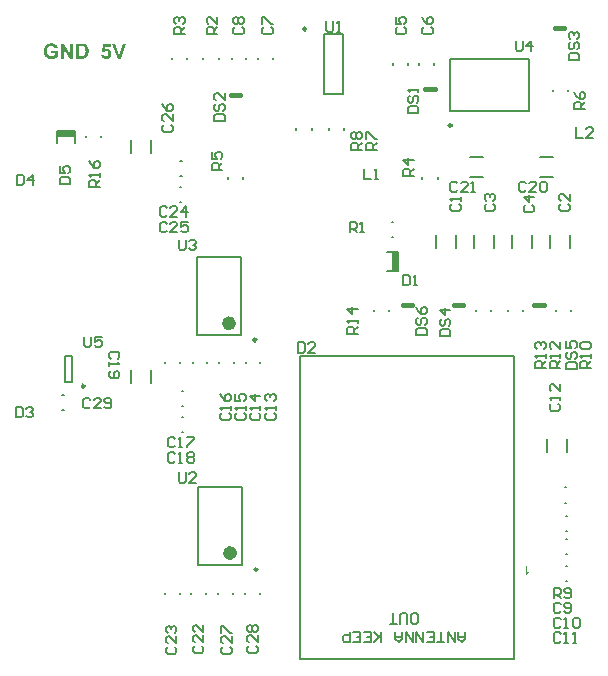
<source format=gto>
G04*
G04 #@! TF.GenerationSoftware,Altium Limited,Altium Designer,18.1.7 (191)*
G04*
G04 Layer_Color=65535*
%FSLAX25Y25*%
%MOIN*%
G70*
G01*
G75*
%ADD10C,0.02362*%
%ADD11C,0.00984*%
%ADD12C,0.00787*%
%ADD13C,0.01575*%
%ADD14R,0.06299X0.02362*%
%ADD15R,0.02362X0.06299*%
G36*
X228192Y-186420D02*
X228199Y-186413D01*
X228215Y-186397D01*
X228245Y-186374D01*
X228288Y-186341D01*
X228337Y-186302D01*
X228399Y-186259D01*
X228468Y-186213D01*
X228547Y-186164D01*
X228550D01*
X228556Y-186158D01*
X228566Y-186151D01*
X228583Y-186144D01*
X228602Y-186131D01*
X228625Y-186121D01*
X228678Y-186092D01*
X228737Y-186063D01*
X228802Y-186030D01*
X228871Y-186000D01*
X228937Y-185974D01*
Y-186331D01*
X228934Y-186335D01*
X228924Y-186338D01*
X228907Y-186348D01*
X228885Y-186358D01*
X228858Y-186371D01*
X228825Y-186390D01*
X228789Y-186410D01*
X228753Y-186430D01*
X228668Y-186482D01*
X228576Y-186545D01*
X228481Y-186610D01*
X228393Y-186686D01*
X228389Y-186689D01*
X228383Y-186696D01*
X228370Y-186705D01*
X228353Y-186722D01*
X228337Y-186741D01*
X228314Y-186761D01*
X228265Y-186817D01*
X228209Y-186876D01*
X228153Y-186945D01*
X228104Y-187017D01*
X228061Y-187092D01*
X227822D01*
Y-184055D01*
X228192D01*
Y-186420D01*
D02*
G37*
G36*
X69904Y-9845D02*
X69986Y-9850D01*
X70079Y-9861D01*
X70177Y-9872D01*
X70286Y-9888D01*
X70401Y-9910D01*
X70521Y-9937D01*
X70641Y-9965D01*
X70767Y-10003D01*
X70887Y-10052D01*
X71002Y-10101D01*
X71111Y-10161D01*
X71214Y-10232D01*
X71220Y-10238D01*
X71236Y-10249D01*
X71264Y-10271D01*
X71302Y-10303D01*
X71340Y-10347D01*
X71389Y-10391D01*
X71444Y-10451D01*
X71499Y-10516D01*
X71558Y-10587D01*
X71613Y-10669D01*
X71673Y-10762D01*
X71728Y-10855D01*
X71777Y-10958D01*
X71826Y-11073D01*
X71864Y-11193D01*
X71897Y-11319D01*
X70887Y-11510D01*
Y-11504D01*
X70881Y-11494D01*
X70876Y-11472D01*
X70865Y-11450D01*
X70854Y-11417D01*
X70838Y-11379D01*
X70794Y-11297D01*
X70740Y-11204D01*
X70669Y-11106D01*
X70587Y-11013D01*
X70483Y-10926D01*
X70477D01*
X70472Y-10915D01*
X70456Y-10904D01*
X70428Y-10893D01*
X70401Y-10876D01*
X70368Y-10855D01*
X70325Y-10838D01*
X70281Y-10817D01*
X70177Y-10778D01*
X70052Y-10740D01*
X69910Y-10718D01*
X69751Y-10707D01*
X69686D01*
X69642Y-10713D01*
X69587Y-10718D01*
X69522Y-10729D01*
X69446Y-10746D01*
X69369Y-10762D01*
X69287Y-10784D01*
X69200Y-10811D01*
X69112Y-10844D01*
X69025Y-10887D01*
X68938Y-10937D01*
X68850Y-10991D01*
X68769Y-11057D01*
X68692Y-11133D01*
X68687Y-11139D01*
X68676Y-11155D01*
X68654Y-11177D01*
X68632Y-11215D01*
X68599Y-11259D01*
X68566Y-11313D01*
X68534Y-11373D01*
X68496Y-11450D01*
X68457Y-11532D01*
X68424Y-11625D01*
X68392Y-11728D01*
X68359Y-11843D01*
X68337Y-11963D01*
X68315Y-12094D01*
X68304Y-12236D01*
X68299Y-12389D01*
Y-12400D01*
Y-12427D01*
X68304Y-12476D01*
Y-12536D01*
X68310Y-12613D01*
X68321Y-12695D01*
X68332Y-12793D01*
X68348Y-12897D01*
X68370Y-13001D01*
X68397Y-13115D01*
X68430Y-13224D01*
X68468Y-13339D01*
X68512Y-13448D01*
X68566Y-13552D01*
X68626Y-13650D01*
X68698Y-13738D01*
X68703Y-13743D01*
X68714Y-13754D01*
X68741Y-13781D01*
X68769Y-13808D01*
X68812Y-13841D01*
X68856Y-13880D01*
X68916Y-13918D01*
X68976Y-13961D01*
X69047Y-14005D01*
X69129Y-14043D01*
X69211Y-14082D01*
X69304Y-14114D01*
X69407Y-14142D01*
X69511Y-14163D01*
X69620Y-14180D01*
X69740Y-14185D01*
X69795D01*
X69822Y-14180D01*
X69861D01*
X69942Y-14169D01*
X70041Y-14153D01*
X70144Y-14131D01*
X70259Y-14103D01*
X70379Y-14060D01*
X70385D01*
X70395Y-14054D01*
X70412Y-14049D01*
X70434Y-14038D01*
X70494Y-14011D01*
X70570Y-13972D01*
X70658Y-13929D01*
X70750Y-13880D01*
X70843Y-13825D01*
X70936Y-13759D01*
Y-13115D01*
X69773D01*
Y-12263D01*
X71963D01*
Y-14278D01*
X71957Y-14284D01*
X71946Y-14289D01*
X71930Y-14305D01*
X71903Y-14327D01*
X71870Y-14355D01*
X71832Y-14387D01*
X71782Y-14420D01*
X71728Y-14458D01*
X71662Y-14502D01*
X71597Y-14546D01*
X71520Y-14589D01*
X71433Y-14633D01*
X71346Y-14682D01*
X71247Y-14726D01*
X71144Y-14775D01*
X71034Y-14819D01*
X71029D01*
X71007Y-14830D01*
X70974Y-14841D01*
X70931Y-14857D01*
X70876Y-14873D01*
X70811Y-14895D01*
X70734Y-14911D01*
X70652Y-14933D01*
X70565Y-14955D01*
X70467Y-14977D01*
X70368Y-14999D01*
X70259Y-15015D01*
X70035Y-15043D01*
X69920Y-15048D01*
X69806Y-15053D01*
X69729D01*
X69675Y-15048D01*
X69604Y-15043D01*
X69522Y-15037D01*
X69435Y-15026D01*
X69336Y-15010D01*
X69233Y-14993D01*
X69123Y-14972D01*
X69009Y-14944D01*
X68889Y-14917D01*
X68769Y-14879D01*
X68654Y-14835D01*
X68539Y-14786D01*
X68424Y-14726D01*
X68419Y-14720D01*
X68397Y-14709D01*
X68370Y-14693D01*
X68326Y-14666D01*
X68283Y-14627D01*
X68222Y-14589D01*
X68162Y-14540D01*
X68097Y-14480D01*
X68026Y-14420D01*
X67955Y-14349D01*
X67879Y-14267D01*
X67808Y-14185D01*
X67737Y-14093D01*
X67665Y-13994D01*
X67606Y-13890D01*
X67545Y-13776D01*
X67540Y-13770D01*
X67535Y-13748D01*
X67518Y-13716D01*
X67502Y-13667D01*
X67480Y-13612D01*
X67453Y-13541D01*
X67425Y-13465D01*
X67398Y-13377D01*
X67371Y-13279D01*
X67343Y-13175D01*
X67322Y-13066D01*
X67294Y-12951D01*
X67278Y-12826D01*
X67261Y-12700D01*
X67256Y-12569D01*
X67251Y-12433D01*
Y-12422D01*
Y-12400D01*
Y-12356D01*
X67256Y-12302D01*
X67261Y-12231D01*
X67267Y-12149D01*
X67278Y-12061D01*
X67294Y-11963D01*
X67311Y-11859D01*
X67333Y-11745D01*
X67360Y-11630D01*
X67387Y-11510D01*
X67425Y-11390D01*
X67469Y-11270D01*
X67518Y-11150D01*
X67578Y-11035D01*
X67584Y-11029D01*
X67595Y-11008D01*
X67611Y-10975D01*
X67638Y-10931D01*
X67677Y-10882D01*
X67715Y-10822D01*
X67764Y-10756D01*
X67824Y-10685D01*
X67884Y-10609D01*
X67960Y-10532D01*
X68037Y-10456D01*
X68124Y-10374D01*
X68217Y-10298D01*
X68321Y-10227D01*
X68430Y-10156D01*
X68545Y-10090D01*
X68550Y-10085D01*
X68566Y-10079D01*
X68594Y-10068D01*
X68632Y-10052D01*
X68681Y-10030D01*
X68736Y-10008D01*
X68801Y-9986D01*
X68878Y-9965D01*
X68960Y-9943D01*
X69052Y-9921D01*
X69151Y-9899D01*
X69260Y-9877D01*
X69375Y-9861D01*
X69495Y-9850D01*
X69620Y-9839D01*
X69844D01*
X69904Y-9845D01*
D02*
G37*
G36*
X76909Y-14961D02*
X75894D01*
X73852Y-11652D01*
Y-14961D01*
X72913D01*
Y-9921D01*
X73895D01*
X75970Y-13306D01*
Y-9921D01*
X76909D01*
Y-14961D01*
D02*
G37*
G36*
X80000Y-9927D02*
X80125D01*
X80196Y-9932D01*
X80349Y-9943D01*
X80507Y-9965D01*
X80660Y-9986D01*
X80731Y-10003D01*
X80797Y-10019D01*
X80802D01*
X80819Y-10025D01*
X80840Y-10036D01*
X80873Y-10047D01*
X80911Y-10058D01*
X80955Y-10079D01*
X81059Y-10129D01*
X81179Y-10189D01*
X81305Y-10271D01*
X81430Y-10369D01*
X81556Y-10483D01*
X81561Y-10489D01*
X81572Y-10500D01*
X81589Y-10516D01*
X81610Y-10543D01*
X81632Y-10576D01*
X81665Y-10614D01*
X81698Y-10658D01*
X81736Y-10713D01*
X81774Y-10767D01*
X81812Y-10827D01*
X81894Y-10969D01*
X81971Y-11128D01*
X82036Y-11302D01*
Y-11308D01*
X82042Y-11324D01*
X82053Y-11351D01*
X82064Y-11390D01*
X82074Y-11433D01*
X82091Y-11494D01*
X82107Y-11559D01*
X82124Y-11630D01*
X82134Y-11712D01*
X82151Y-11805D01*
X82167Y-11903D01*
X82178Y-12007D01*
X82189Y-12121D01*
X82200Y-12236D01*
X82205Y-12362D01*
Y-12493D01*
Y-12498D01*
Y-12520D01*
Y-12553D01*
Y-12596D01*
X82200Y-12651D01*
Y-12711D01*
X82195Y-12782D01*
X82184Y-12858D01*
X82167Y-13028D01*
X82140Y-13208D01*
X82102Y-13388D01*
X82047Y-13563D01*
Y-13568D01*
X82036Y-13585D01*
X82025Y-13617D01*
X82014Y-13656D01*
X81993Y-13699D01*
X81971Y-13754D01*
X81943Y-13814D01*
X81911Y-13880D01*
X81834Y-14021D01*
X81741Y-14169D01*
X81632Y-14316D01*
X81507Y-14453D01*
X81501Y-14458D01*
X81496Y-14464D01*
X81479Y-14480D01*
X81458Y-14496D01*
X81430Y-14518D01*
X81403Y-14546D01*
X81365Y-14573D01*
X81321Y-14600D01*
X81217Y-14666D01*
X81097Y-14731D01*
X80955Y-14797D01*
X80797Y-14857D01*
X80791D01*
X80781Y-14862D01*
X80764Y-14868D01*
X80737Y-14873D01*
X80704Y-14879D01*
X80660Y-14890D01*
X80611Y-14900D01*
X80557Y-14906D01*
X80497Y-14917D01*
X80431Y-14928D01*
X80355Y-14939D01*
X80273Y-14944D01*
X80191Y-14950D01*
X80098Y-14955D01*
X80000Y-14961D01*
X77985D01*
Y-9921D01*
X79945D01*
X80000Y-9927D01*
D02*
G37*
G36*
X92909Y-14961D02*
X91817D01*
X90021Y-9921D01*
X91118D01*
X92396Y-13650D01*
X93630Y-9921D01*
X94711D01*
X92909Y-14961D01*
D02*
G37*
G36*
X89584Y-10893D02*
X87755D01*
X87602Y-11750D01*
X87608D01*
X87618Y-11745D01*
X87635Y-11734D01*
X87657Y-11723D01*
X87690Y-11712D01*
X87722Y-11695D01*
X87804Y-11668D01*
X87908Y-11636D01*
X88017Y-11614D01*
X88137Y-11592D01*
X88263Y-11586D01*
X88290D01*
X88323Y-11592D01*
X88372D01*
X88427Y-11603D01*
X88492Y-11614D01*
X88563Y-11625D01*
X88639Y-11646D01*
X88727Y-11668D01*
X88814Y-11701D01*
X88902Y-11739D01*
X88994Y-11783D01*
X89087Y-11838D01*
X89180Y-11903D01*
X89267Y-11974D01*
X89355Y-12056D01*
X89360Y-12061D01*
X89377Y-12078D01*
X89398Y-12105D01*
X89426Y-12143D01*
X89459Y-12187D01*
X89497Y-12241D01*
X89540Y-12307D01*
X89584Y-12383D01*
X89622Y-12465D01*
X89666Y-12558D01*
X89704Y-12662D01*
X89737Y-12766D01*
X89764Y-12886D01*
X89786Y-13006D01*
X89802Y-13137D01*
X89808Y-13273D01*
Y-13279D01*
Y-13301D01*
Y-13333D01*
X89802Y-13377D01*
X89797Y-13432D01*
X89786Y-13497D01*
X89775Y-13568D01*
X89764Y-13645D01*
X89742Y-13732D01*
X89721Y-13819D01*
X89688Y-13912D01*
X89655Y-14005D01*
X89611Y-14103D01*
X89562Y-14196D01*
X89508Y-14295D01*
X89442Y-14387D01*
X89437Y-14393D01*
X89420Y-14415D01*
X89393Y-14447D01*
X89349Y-14491D01*
X89300Y-14540D01*
X89240Y-14600D01*
X89169Y-14660D01*
X89087Y-14720D01*
X88994Y-14780D01*
X88891Y-14841D01*
X88781Y-14900D01*
X88661Y-14950D01*
X88530Y-14993D01*
X88388Y-15026D01*
X88235Y-15048D01*
X88077Y-15053D01*
X88012D01*
X87963Y-15048D01*
X87902Y-15043D01*
X87831Y-15032D01*
X87755Y-15021D01*
X87673Y-15004D01*
X87493Y-14961D01*
X87395Y-14933D01*
X87302Y-14895D01*
X87204Y-14851D01*
X87111Y-14802D01*
X87023Y-14748D01*
X86936Y-14682D01*
X86931Y-14677D01*
X86920Y-14666D01*
X86898Y-14644D01*
X86865Y-14611D01*
X86832Y-14573D01*
X86794Y-14529D01*
X86750Y-14475D01*
X86707Y-14415D01*
X86663Y-14344D01*
X86619Y-14267D01*
X86576Y-14185D01*
X86532Y-14098D01*
X86494Y-14000D01*
X86461Y-13896D01*
X86439Y-13787D01*
X86417Y-13672D01*
X87378Y-13568D01*
Y-13574D01*
Y-13585D01*
X87384Y-13601D01*
X87389Y-13623D01*
X87400Y-13683D01*
X87422Y-13754D01*
X87455Y-13841D01*
X87498Y-13923D01*
X87553Y-14011D01*
X87618Y-14087D01*
X87629Y-14093D01*
X87657Y-14114D01*
X87695Y-14147D01*
X87755Y-14180D01*
X87821Y-14218D01*
X87902Y-14245D01*
X87990Y-14267D01*
X88088Y-14278D01*
X88115D01*
X88137Y-14273D01*
X88197Y-14267D01*
X88268Y-14245D01*
X88350Y-14218D01*
X88432Y-14174D01*
X88519Y-14114D01*
X88563Y-14076D01*
X88601Y-14032D01*
Y-14027D01*
X88612Y-14021D01*
X88623Y-14005D01*
X88634Y-13989D01*
X88651Y-13961D01*
X88667Y-13929D01*
X88689Y-13890D01*
X88710Y-13847D01*
X88727Y-13798D01*
X88749Y-13743D01*
X88765Y-13683D01*
X88781Y-13617D01*
X88792Y-13541D01*
X88803Y-13465D01*
X88814Y-13377D01*
Y-13290D01*
Y-13284D01*
Y-13268D01*
Y-13246D01*
X88809Y-13213D01*
Y-13175D01*
X88803Y-13131D01*
X88787Y-13028D01*
X88765Y-12913D01*
X88727Y-12798D01*
X88672Y-12689D01*
X88601Y-12591D01*
Y-12585D01*
X88590Y-12580D01*
X88563Y-12553D01*
X88519Y-12515D01*
X88454Y-12471D01*
X88377Y-12433D01*
X88285Y-12394D01*
X88181Y-12367D01*
X88121Y-12356D01*
X88023D01*
X87990Y-12362D01*
X87952Y-12367D01*
X87913Y-12378D01*
X87810Y-12400D01*
X87695Y-12444D01*
X87629Y-12476D01*
X87569Y-12509D01*
X87504Y-12553D01*
X87438Y-12602D01*
X87373Y-12656D01*
X87313Y-12722D01*
X86532Y-12613D01*
X87029Y-9986D01*
X89584D01*
Y-10893D01*
D02*
G37*
%LPC*%
G36*
X79667Y-10773D02*
X79001D01*
Y-14109D01*
X79907D01*
X79994Y-14103D01*
X80098Y-14098D01*
X80202Y-14093D01*
X80295Y-14082D01*
X80338Y-14071D01*
X80376Y-14065D01*
X80382D01*
X80387Y-14060D01*
X80420Y-14054D01*
X80464Y-14038D01*
X80518Y-14016D01*
X80584Y-13983D01*
X80655Y-13945D01*
X80720Y-13901D01*
X80786Y-13852D01*
X80791Y-13847D01*
X80813Y-13825D01*
X80846Y-13787D01*
X80879Y-13738D01*
X80922Y-13667D01*
X80966Y-13585D01*
X81010Y-13486D01*
X81054Y-13366D01*
Y-13361D01*
X81059Y-13350D01*
X81064Y-13333D01*
X81070Y-13306D01*
X81075Y-13268D01*
X81086Y-13230D01*
X81097Y-13181D01*
X81108Y-13126D01*
X81113Y-13060D01*
X81124Y-12990D01*
X81135Y-12919D01*
X81141Y-12837D01*
X81146Y-12744D01*
X81152Y-12651D01*
X81157Y-12547D01*
Y-12444D01*
Y-12438D01*
Y-12416D01*
Y-12389D01*
Y-12345D01*
X81152Y-12296D01*
Y-12241D01*
X81146Y-12182D01*
Y-12111D01*
X81130Y-11969D01*
X81113Y-11821D01*
X81086Y-11674D01*
X81070Y-11608D01*
X81054Y-11548D01*
Y-11543D01*
X81048Y-11532D01*
X81042Y-11515D01*
X81037Y-11499D01*
X81010Y-11439D01*
X80977Y-11368D01*
X80939Y-11292D01*
X80890Y-11210D01*
X80830Y-11133D01*
X80764Y-11062D01*
X80753Y-11057D01*
X80731Y-11035D01*
X80688Y-11002D01*
X80633Y-10964D01*
X80568Y-10926D01*
X80486Y-10887D01*
X80393Y-10849D01*
X80289Y-10822D01*
X80278D01*
X80267Y-10817D01*
X80245D01*
X80224Y-10811D01*
X80191Y-10806D01*
X80153Y-10800D01*
X80103Y-10795D01*
X80054D01*
X79994Y-10789D01*
X79923Y-10784D01*
X79847Y-10778D01*
X79759D01*
X79667Y-10773D01*
D02*
G37*
%LPD*%
D10*
X130512Y-179724D02*
G03*
X130512Y-179724I-1181J0D01*
G01*
X130118Y-103150D02*
G03*
X130118Y-103150I-1181J0D01*
G01*
D11*
X138484Y-185236D02*
G03*
X138484Y-185236I-492J0D01*
G01*
X80905Y-124114D02*
G03*
X80905Y-124114I-492J0D01*
G01*
X154724Y-5029D02*
G03*
X154724Y-5029I-492J0D01*
G01*
X203248Y-37205D02*
G03*
X203248Y-37205I-492J0D01*
G01*
X138091Y-108661D02*
G03*
X138091Y-108661I-492J0D01*
G01*
D12*
X139222Y-193504D02*
Y-193110D01*
X134301Y-193504D02*
Y-193110D01*
X130364Y-193504D02*
Y-193110D01*
X125443Y-193504D02*
Y-193110D01*
X121240Y-193504D02*
Y-193110D01*
X116319Y-193504D02*
Y-193110D01*
X112648Y-193504D02*
Y-193110D01*
X107726Y-193504D02*
Y-193110D01*
X118701Y-157677D02*
X133268D01*
X118701Y-183661D02*
X133268D01*
X118701D02*
Y-157677D01*
X133268Y-183661D02*
Y-157677D01*
X74409Y-122835D02*
X76772D01*
X74409Y-114173D02*
X76772D01*
Y-122835D02*
Y-114173D01*
X74409Y-122835D02*
Y-114173D01*
X73425Y-131988D02*
X73819D01*
X73425Y-127067D02*
X73819D01*
X177362Y-99016D02*
Y-98622D01*
X182480Y-99016D02*
Y-98622D01*
X152717Y-114173D02*
X223976D01*
X152717Y-214961D02*
Y-114173D01*
Y-214961D02*
X223976D01*
Y-114173D01*
X86417Y-41142D02*
Y-40748D01*
X81299Y-41142D02*
Y-40748D01*
X71504Y-39035D02*
X77803D01*
X71504Y-42972D02*
Y-39035D01*
X77803Y-42972D02*
Y-39035D01*
X113189Y-134547D02*
X113583D01*
X113189Y-139469D02*
X113583D01*
X113189Y-125689D02*
X113583D01*
X113189Y-130610D02*
X113583D01*
X96260Y-123140D02*
Y-118810D01*
X102953Y-123140D02*
Y-118810D01*
X160630Y-26575D02*
X166929D01*
X160630Y-6890D02*
X166929D01*
Y-26575D02*
Y-6890D01*
X160630Y-26575D02*
Y-6890D01*
X143602Y-14961D02*
Y-14567D01*
X138681Y-14961D02*
Y-14567D01*
X134744Y-14961D02*
Y-14567D01*
X129823Y-14961D02*
Y-14567D01*
X120472Y-14961D02*
Y-14567D01*
X125591Y-14961D02*
Y-14567D01*
X109843Y-14961D02*
Y-14567D01*
X114961Y-14961D02*
Y-14567D01*
X128543Y-54921D02*
Y-54527D01*
X133661Y-54921D02*
Y-54527D01*
X193465Y-54921D02*
Y-54527D01*
X198583Y-54921D02*
Y-54527D01*
X209449Y-54528D02*
X213780D01*
X209449Y-47835D02*
X213780D01*
X232677D02*
X237008D01*
X232677Y-54528D02*
X237008D01*
Y-25679D02*
Y-25285D01*
X242126Y-25679D02*
Y-25285D01*
X202756Y-32283D02*
X229134D01*
X202756Y-14961D02*
X229134D01*
X202756Y-32283D02*
Y-14961D01*
X229134Y-32283D02*
Y-14961D01*
X192421Y-16929D02*
Y-16535D01*
X197343Y-16929D02*
Y-16535D01*
X183563Y-16929D02*
Y-16535D01*
X188484Y-16929D02*
Y-16535D01*
X167323Y-38583D02*
Y-38189D01*
X162205Y-38583D02*
Y-38189D01*
X156496Y-38583D02*
Y-38189D01*
X151378Y-38583D02*
Y-38189D01*
X181496Y-85827D02*
X185433D01*
X181496Y-79528D02*
X185433D01*
Y-85827D02*
Y-79528D01*
X183268Y-74409D02*
X183661D01*
X183268Y-69291D02*
X183661D01*
X211221Y-99016D02*
Y-98622D01*
X216338Y-99016D02*
Y-98622D01*
X237992Y-99016D02*
Y-98622D01*
X243110Y-99016D02*
Y-98622D01*
X242520Y-77953D02*
Y-73622D01*
X235827Y-77953D02*
Y-73622D01*
X230118Y-77953D02*
Y-73622D01*
X223425Y-77953D02*
Y-73622D01*
X217323Y-77953D02*
Y-73622D01*
X210630Y-77953D02*
Y-73622D01*
X204528Y-77953D02*
Y-73622D01*
X197835Y-77953D02*
Y-73622D01*
X241339Y-175197D02*
X241732D01*
X241339Y-180118D02*
X241732D01*
X241339Y-167323D02*
X241732D01*
X241339Y-172244D02*
X241732D01*
X241339Y-184055D02*
X241732D01*
X241339Y-188976D02*
X241732D01*
X240945Y-162992D02*
X241339D01*
X240945Y-157874D02*
X241339D01*
X130610Y-116339D02*
Y-115945D01*
X125689Y-116339D02*
Y-115945D01*
X139469Y-116339D02*
Y-115945D01*
X134547Y-116339D02*
Y-115945D01*
X121752Y-116339D02*
Y-115945D01*
X116831Y-116339D02*
Y-115945D01*
X226968Y-99016D02*
Y-98622D01*
X221850Y-99016D02*
Y-98622D01*
X112697Y-116339D02*
Y-115945D01*
X107775Y-116339D02*
Y-115945D01*
X96260Y-46260D02*
Y-41929D01*
X102953Y-46260D02*
Y-41929D01*
X112795Y-49114D02*
X113189D01*
X112795Y-54035D02*
X113189D01*
X112736Y-57776D02*
X113130D01*
X112736Y-62697D02*
X113130D01*
X118307Y-81102D02*
X132874D01*
X118307Y-107087D02*
X132874D01*
X118307D02*
Y-81102D01*
X132874Y-107087D02*
Y-81102D01*
X234842Y-146117D02*
Y-141787D01*
X241535Y-146117D02*
Y-141787D01*
X207702Y-205922D02*
Y-208255D01*
X206536Y-209421D01*
X205369Y-208255D01*
Y-205922D01*
Y-207672D01*
X207702D01*
X204203Y-205922D02*
Y-209421D01*
X201870Y-205922D01*
Y-209421D01*
X200704D02*
X198372D01*
X199538D01*
Y-205922D01*
X194873Y-209421D02*
X197205D01*
Y-205922D01*
X194873D01*
X197205Y-207672D02*
X196039D01*
X193707Y-205922D02*
Y-209421D01*
X191374Y-205922D01*
Y-209421D01*
X190208Y-205922D02*
Y-209421D01*
X187875Y-205922D01*
Y-209421D01*
X186709Y-205922D02*
Y-208255D01*
X185542Y-209421D01*
X184376Y-208255D01*
Y-205922D01*
Y-207672D01*
X186709D01*
X179711Y-209421D02*
Y-205922D01*
Y-207088D01*
X177378Y-209421D01*
X179128Y-207672D01*
X177378Y-205922D01*
X173880Y-209421D02*
X176212D01*
Y-205922D01*
X173880D01*
X176212Y-207672D02*
X175046D01*
X170381Y-209421D02*
X172713D01*
Y-205922D01*
X170381D01*
X172713Y-207672D02*
X171547D01*
X169214Y-205922D02*
Y-209421D01*
X167465D01*
X166882Y-208838D01*
Y-207672D01*
X167465Y-207088D01*
X169214D01*
X190208Y-203333D02*
X191374D01*
X191957Y-202749D01*
Y-200417D01*
X191374Y-199834D01*
X190208D01*
X189625Y-200417D01*
Y-202749D01*
X190208Y-203333D01*
X188458D02*
Y-200417D01*
X187875Y-199834D01*
X186709D01*
X186126Y-200417D01*
Y-203333D01*
X184959D02*
X182627D01*
X183793D01*
Y-199834D01*
X135568Y-210660D02*
X134985Y-211243D01*
Y-212409D01*
X135568Y-212992D01*
X137901D01*
X138484Y-212409D01*
Y-211243D01*
X137901Y-210660D01*
X138484Y-207161D02*
Y-209493D01*
X136152Y-207161D01*
X135568D01*
X134985Y-207744D01*
Y-208910D01*
X135568Y-209493D01*
Y-205994D02*
X134985Y-205411D01*
Y-204245D01*
X135568Y-203662D01*
X136152D01*
X136735Y-204245D01*
X137318Y-203662D01*
X137901D01*
X138484Y-204245D01*
Y-205411D01*
X137901Y-205994D01*
X137318D01*
X136735Y-205411D01*
X136152Y-205994D01*
X135568D01*
X136735Y-205411D02*
Y-204245D01*
X127006Y-211053D02*
X126422Y-211636D01*
Y-212803D01*
X127006Y-213386D01*
X129338D01*
X129921Y-212803D01*
Y-211636D01*
X129338Y-211053D01*
X129921Y-207554D02*
Y-209887D01*
X127589Y-207554D01*
X127006D01*
X126422Y-208137D01*
Y-209304D01*
X127006Y-209887D01*
X126422Y-206388D02*
Y-204056D01*
X127006D01*
X129338Y-206388D01*
X129921D01*
X117557Y-210660D02*
X116974Y-211243D01*
Y-212409D01*
X117557Y-212992D01*
X119889D01*
X120472Y-212409D01*
Y-211243D01*
X119889Y-210660D01*
X120472Y-207161D02*
Y-209493D01*
X118140Y-207161D01*
X117557D01*
X116974Y-207744D01*
Y-208910D01*
X117557Y-209493D01*
X120472Y-203662D02*
Y-205994D01*
X118140Y-203662D01*
X117557D01*
X116974Y-204245D01*
Y-205411D01*
X117557Y-205994D01*
X108502Y-211053D02*
X107919Y-211636D01*
Y-212803D01*
X108502Y-213386D01*
X110834D01*
X111417Y-212803D01*
Y-211636D01*
X110834Y-211053D01*
X111417Y-207554D02*
Y-209887D01*
X109085Y-207554D01*
X108502D01*
X107919Y-208137D01*
Y-209304D01*
X108502Y-209887D01*
Y-206388D02*
X107919Y-205805D01*
Y-204639D01*
X108502Y-204056D01*
X109085D01*
X109668Y-204639D01*
Y-205222D01*
Y-204639D01*
X110251Y-204056D01*
X110834D01*
X111417Y-204639D01*
Y-205805D01*
X110834Y-206388D01*
X112205Y-152800D02*
Y-155716D01*
X112788Y-156299D01*
X113954D01*
X114537Y-155716D01*
Y-152800D01*
X118036Y-156299D02*
X115704D01*
X118036Y-153967D01*
Y-153384D01*
X117453Y-152800D01*
X116287D01*
X115704Y-153384D01*
X191383Y-107087D02*
X194882D01*
Y-105337D01*
X194299Y-104754D01*
X191966D01*
X191383Y-105337D01*
Y-107087D01*
X191966Y-101255D02*
X191383Y-101838D01*
Y-103005D01*
X191966Y-103588D01*
X192549D01*
X193132Y-103005D01*
Y-101838D01*
X193716Y-101255D01*
X194299D01*
X194882Y-101838D01*
Y-103005D01*
X194299Y-103588D01*
X191383Y-97756D02*
X191966Y-98923D01*
X193132Y-100089D01*
X194299D01*
X194882Y-99506D01*
Y-98339D01*
X194299Y-97756D01*
X193716D01*
X193132Y-98339D01*
Y-100089D01*
X80709Y-107577D02*
Y-110493D01*
X81292Y-111076D01*
X82458D01*
X83041Y-110493D01*
Y-107577D01*
X86540D02*
X84207D01*
Y-109327D01*
X85374Y-108744D01*
X85957D01*
X86540Y-109327D01*
Y-110493D01*
X85957Y-111076D01*
X84791D01*
X84207Y-110493D01*
X82746Y-128580D02*
X82163Y-127997D01*
X80997D01*
X80413Y-128580D01*
Y-130913D01*
X80997Y-131496D01*
X82163D01*
X82746Y-130913D01*
X86245Y-131496D02*
X83912D01*
X86245Y-129164D01*
Y-128580D01*
X85662Y-127997D01*
X84495D01*
X83912Y-128580D01*
X87411Y-130913D02*
X87994Y-131496D01*
X89161D01*
X89744Y-130913D01*
Y-128580D01*
X89161Y-127997D01*
X87994D01*
X87411Y-128580D01*
Y-129164D01*
X87994Y-129747D01*
X89744D01*
X171871Y-106569D02*
X168372D01*
Y-104820D01*
X168956Y-104236D01*
X170122D01*
X170705Y-104820D01*
Y-106569D01*
Y-105403D02*
X171871Y-104236D01*
Y-103070D02*
Y-101904D01*
Y-102487D01*
X168372D01*
X168956Y-103070D01*
X171871Y-98405D02*
X168372D01*
X170122Y-100154D01*
Y-97822D01*
X85827Y-57776D02*
X82328D01*
Y-56026D01*
X82911Y-55443D01*
X84077D01*
X84661Y-56026D01*
Y-57776D01*
Y-56609D02*
X85827Y-55443D01*
Y-54277D02*
Y-53110D01*
Y-53694D01*
X82328D01*
X82911Y-54277D01*
X82328Y-49029D02*
X82911Y-50195D01*
X84077Y-51361D01*
X85244D01*
X85827Y-50778D01*
Y-49612D01*
X85244Y-49029D01*
X84661D01*
X84077Y-49612D01*
Y-51361D01*
X72485Y-56693D02*
X75984D01*
Y-54944D01*
X75401Y-54360D01*
X73068D01*
X72485Y-54944D01*
Y-56693D01*
Y-50862D02*
Y-53194D01*
X74235D01*
X73652Y-52028D01*
Y-51445D01*
X74235Y-50862D01*
X75401D01*
X75984Y-51445D01*
Y-52611D01*
X75401Y-53194D01*
X236454Y-129951D02*
X235871Y-130534D01*
Y-131700D01*
X236454Y-132283D01*
X238787D01*
X239370Y-131700D01*
Y-130534D01*
X238787Y-129951D01*
X239370Y-128785D02*
Y-127618D01*
Y-128201D01*
X235871D01*
X236454Y-128785D01*
X239370Y-123536D02*
Y-125869D01*
X237037Y-123536D01*
X236454D01*
X235871Y-124119D01*
Y-125286D01*
X236454Y-125869D01*
X151969Y-109493D02*
Y-112992D01*
X153718D01*
X154301Y-112409D01*
Y-110076D01*
X153718Y-109493D01*
X151969D01*
X157800Y-112992D02*
X155467D01*
X157800Y-110660D01*
Y-110076D01*
X157217Y-109493D01*
X156051D01*
X155467Y-110076D01*
X224500Y-8901D02*
Y-11817D01*
X225083Y-12400D01*
X226249D01*
X226833Y-11817D01*
Y-8901D01*
X229748Y-12400D02*
Y-8901D01*
X227999Y-10650D01*
X230331D01*
X112205Y-75281D02*
Y-78197D01*
X112788Y-78780D01*
X113954D01*
X114537Y-78197D01*
Y-75281D01*
X115704Y-75864D02*
X116287Y-75281D01*
X117453D01*
X118036Y-75864D01*
Y-76447D01*
X117453Y-77030D01*
X116870D01*
X117453D01*
X118036Y-77613D01*
Y-78197D01*
X117453Y-78780D01*
X116287D01*
X115704Y-78197D01*
X161417Y-2407D02*
Y-5322D01*
X162001Y-5906D01*
X163167D01*
X163750Y-5322D01*
Y-2407D01*
X164916Y-5906D02*
X166083D01*
X165499D01*
Y-2407D01*
X164916Y-2990D01*
X234646Y-118110D02*
X231147D01*
Y-116361D01*
X231730Y-115778D01*
X232896D01*
X233479Y-116361D01*
Y-118110D01*
Y-116944D02*
X234646Y-115778D01*
Y-114611D02*
Y-113445D01*
Y-114028D01*
X231147D01*
X231730Y-114611D01*
Y-111696D02*
X231147Y-111112D01*
Y-109946D01*
X231730Y-109363D01*
X232313D01*
X232896Y-109946D01*
Y-110529D01*
Y-109946D01*
X233479Y-109363D01*
X234063D01*
X234646Y-109946D01*
Y-111112D01*
X234063Y-111696D01*
X239370Y-118110D02*
X235871D01*
Y-116361D01*
X236454Y-115778D01*
X237621D01*
X238204Y-116361D01*
Y-118110D01*
Y-116944D02*
X239370Y-115778D01*
Y-114611D02*
Y-113445D01*
Y-114028D01*
X235871D01*
X236454Y-114611D01*
X239370Y-109363D02*
Y-111696D01*
X237037Y-109363D01*
X236454D01*
X235871Y-109946D01*
Y-111112D01*
X236454Y-111696D01*
X249606Y-118110D02*
X246107D01*
Y-116361D01*
X246691Y-115778D01*
X247857D01*
X248440Y-116361D01*
Y-118110D01*
Y-116944D02*
X249606Y-115778D01*
Y-114611D02*
Y-113445D01*
Y-114028D01*
X246107D01*
X246691Y-114611D01*
Y-111696D02*
X246107Y-111112D01*
Y-109946D01*
X246691Y-109363D01*
X249023D01*
X249606Y-109946D01*
Y-111112D01*
X249023Y-111696D01*
X246691D01*
X237205Y-194882D02*
Y-191383D01*
X238954D01*
X239537Y-191966D01*
Y-193132D01*
X238954Y-193716D01*
X237205D01*
X238371D02*
X239537Y-194882D01*
X240704Y-194299D02*
X241287Y-194882D01*
X242453D01*
X243036Y-194299D01*
Y-191966D01*
X242453Y-191383D01*
X241287D01*
X240704Y-191966D01*
Y-192549D01*
X241287Y-193132D01*
X243036D01*
X173228Y-45276D02*
X169729D01*
Y-43526D01*
X170313Y-42943D01*
X171479D01*
X172062Y-43526D01*
Y-45276D01*
Y-44109D02*
X173228Y-42943D01*
X170313Y-41777D02*
X169729Y-41194D01*
Y-40027D01*
X170313Y-39444D01*
X170896D01*
X171479Y-40027D01*
X172062Y-39444D01*
X172645D01*
X173228Y-40027D01*
Y-41194D01*
X172645Y-41777D01*
X172062D01*
X171479Y-41194D01*
X170896Y-41777D01*
X170313D01*
X171479Y-41194D02*
Y-40027D01*
X178150Y-45276D02*
X174651D01*
Y-43526D01*
X175234Y-42943D01*
X176400D01*
X176983Y-43526D01*
Y-45276D01*
Y-44109D02*
X178150Y-42943D01*
X174651Y-41777D02*
Y-39444D01*
X175234D01*
X177567Y-41777D01*
X178150D01*
X247638Y-31890D02*
X244139D01*
Y-30140D01*
X244722Y-29557D01*
X245888D01*
X246472Y-30140D01*
Y-31890D01*
Y-30724D02*
X247638Y-29557D01*
X244139Y-26058D02*
X244722Y-27225D01*
X245888Y-28391D01*
X247055D01*
X247638Y-27808D01*
Y-26641D01*
X247055Y-26058D01*
X246472D01*
X245888Y-26641D01*
Y-28391D01*
X126772Y-51968D02*
X123273D01*
Y-50219D01*
X123856Y-49636D01*
X125022D01*
X125605Y-50219D01*
Y-51968D01*
Y-50802D02*
X126772Y-49636D01*
X123273Y-46137D02*
Y-48470D01*
X125022D01*
X124439Y-47303D01*
Y-46720D01*
X125022Y-46137D01*
X126189D01*
X126772Y-46720D01*
Y-47886D01*
X126189Y-48470D01*
X190551Y-53937D02*
X187052D01*
Y-52188D01*
X187636Y-51604D01*
X188802D01*
X189385Y-52188D01*
Y-53937D01*
Y-52771D02*
X190551Y-51604D01*
Y-48689D02*
X187052D01*
X188802Y-50438D01*
Y-48106D01*
X114173Y-6890D02*
X110674D01*
Y-5140D01*
X111258Y-4557D01*
X112424D01*
X113007Y-5140D01*
Y-6890D01*
Y-5723D02*
X114173Y-4557D01*
X111258Y-3391D02*
X110674Y-2808D01*
Y-1641D01*
X111258Y-1058D01*
X111841D01*
X112424Y-1641D01*
Y-2225D01*
Y-1641D01*
X113007Y-1058D01*
X113590D01*
X114173Y-1641D01*
Y-2808D01*
X113590Y-3391D01*
X125000Y-6890D02*
X121501D01*
Y-5140D01*
X122084Y-4557D01*
X123251D01*
X123834Y-5140D01*
Y-6890D01*
Y-5723D02*
X125000Y-4557D01*
Y-1058D02*
Y-3391D01*
X122667Y-1058D01*
X122084D01*
X121501Y-1641D01*
Y-2808D01*
X122084Y-3391D01*
X169291Y-72835D02*
Y-69336D01*
X171041D01*
X171624Y-69919D01*
Y-71085D01*
X171041Y-71668D01*
X169291D01*
X170458D02*
X171624Y-72835D01*
X172790D02*
X173957D01*
X173373D01*
Y-69336D01*
X172790Y-69919D01*
X244488Y-37840D02*
Y-41339D01*
X246821D01*
X250320D02*
X247987D01*
X250320Y-39006D01*
Y-38423D01*
X249736Y-37840D01*
X248570D01*
X247987Y-38423D01*
X174016Y-51619D02*
Y-55118D01*
X176348D01*
X177515D02*
X178681D01*
X178098D01*
Y-51619D01*
X177515Y-52202D01*
X241383Y-118504D02*
X244882D01*
Y-116754D01*
X244299Y-116171D01*
X241966D01*
X241383Y-116754D01*
Y-118504D01*
X241966Y-112672D02*
X241383Y-113256D01*
Y-114422D01*
X241966Y-115005D01*
X242549D01*
X243132Y-114422D01*
Y-113256D01*
X243716Y-112672D01*
X244299D01*
X244882Y-113256D01*
Y-114422D01*
X244299Y-115005D01*
X241383Y-109174D02*
Y-111506D01*
X243132D01*
X242549Y-110340D01*
Y-109757D01*
X243132Y-109174D01*
X244299D01*
X244882Y-109757D01*
Y-110923D01*
X244299Y-111506D01*
X199257Y-107480D02*
X202756D01*
Y-105731D01*
X202173Y-105148D01*
X199840D01*
X199257Y-105731D01*
Y-107480D01*
X199840Y-101649D02*
X199257Y-102232D01*
Y-103398D01*
X199840Y-103981D01*
X200423D01*
X201007Y-103398D01*
Y-102232D01*
X201590Y-101649D01*
X202173D01*
X202756Y-102232D01*
Y-103398D01*
X202173Y-103981D01*
X202756Y-98733D02*
X199257D01*
X201007Y-100483D01*
Y-98150D01*
X242170Y-15354D02*
X245669D01*
Y-13605D01*
X245086Y-13022D01*
X242754D01*
X242170Y-13605D01*
Y-15354D01*
X242754Y-9523D02*
X242170Y-10106D01*
Y-11272D01*
X242754Y-11856D01*
X243337D01*
X243920Y-11272D01*
Y-10106D01*
X244503Y-9523D01*
X245086D01*
X245669Y-10106D01*
Y-11272D01*
X245086Y-11856D01*
X242754Y-8357D02*
X242170Y-7773D01*
Y-6607D01*
X242754Y-6024D01*
X243337D01*
X243920Y-6607D01*
Y-7190D01*
Y-6607D01*
X244503Y-6024D01*
X245086D01*
X245669Y-6607D01*
Y-7773D01*
X245086Y-8357D01*
X124060Y-35827D02*
X127559D01*
Y-34077D01*
X126976Y-33494D01*
X124643D01*
X124060Y-34077D01*
Y-35827D01*
X124643Y-29995D02*
X124060Y-30579D01*
Y-31745D01*
X124643Y-32328D01*
X125226D01*
X125810Y-31745D01*
Y-30579D01*
X126393Y-29995D01*
X126976D01*
X127559Y-30579D01*
Y-31745D01*
X126976Y-32328D01*
X127559Y-26496D02*
Y-28829D01*
X125226Y-26496D01*
X124643D01*
X124060Y-27080D01*
Y-28246D01*
X124643Y-28829D01*
X188627Y-33071D02*
X192126D01*
Y-31321D01*
X191543Y-30738D01*
X189210D01*
X188627Y-31321D01*
Y-33071D01*
X189210Y-27239D02*
X188627Y-27823D01*
Y-28989D01*
X189210Y-29572D01*
X189793D01*
X190376Y-28989D01*
Y-27823D01*
X190960Y-27239D01*
X191543D01*
X192126Y-27823D01*
Y-28989D01*
X191543Y-29572D01*
X192126Y-26073D02*
Y-24907D01*
Y-25490D01*
X188627D01*
X189210Y-26073D01*
X58268Y-53588D02*
Y-57087D01*
X60017D01*
X60600Y-56503D01*
Y-54171D01*
X60017Y-53588D01*
X58268D01*
X63516Y-57087D02*
Y-53588D01*
X61767Y-55337D01*
X64099D01*
X57874Y-131048D02*
Y-134547D01*
X59623D01*
X60207Y-133964D01*
Y-131632D01*
X59623Y-131048D01*
X57874D01*
X61373Y-131632D02*
X61956Y-131048D01*
X63122D01*
X63705Y-131632D01*
Y-132215D01*
X63122Y-132798D01*
X62539D01*
X63122D01*
X63705Y-133381D01*
Y-133964D01*
X63122Y-134547D01*
X61956D01*
X61373Y-133964D01*
X187008Y-87052D02*
Y-90551D01*
X188757D01*
X189340Y-89968D01*
Y-87635D01*
X188757Y-87052D01*
X187008D01*
X190507Y-90551D02*
X191673D01*
X191090D01*
Y-87052D01*
X190507Y-87635D01*
X107271Y-37038D02*
X106688Y-37621D01*
Y-38787D01*
X107271Y-39370D01*
X109604D01*
X110187Y-38787D01*
Y-37621D01*
X109604Y-37038D01*
X110187Y-33539D02*
Y-35871D01*
X107854Y-33539D01*
X107271D01*
X106688Y-34122D01*
Y-35288D01*
X107271Y-35871D01*
X106688Y-30040D02*
X107271Y-31206D01*
X108438Y-32372D01*
X109604D01*
X110187Y-31789D01*
Y-30623D01*
X109604Y-30040D01*
X109021D01*
X108438Y-30623D01*
Y-32372D01*
X108238Y-69919D02*
X107655Y-69336D01*
X106489D01*
X105905Y-69919D01*
Y-72251D01*
X106489Y-72835D01*
X107655D01*
X108238Y-72251D01*
X111737Y-72835D02*
X109404D01*
X111737Y-70502D01*
Y-69919D01*
X111154Y-69336D01*
X109987D01*
X109404Y-69919D01*
X115236Y-69336D02*
X112903D01*
Y-71085D01*
X114069Y-70502D01*
X114653D01*
X115236Y-71085D01*
Y-72251D01*
X114653Y-72835D01*
X113486D01*
X112903Y-72251D01*
X108238Y-64801D02*
X107655Y-64218D01*
X106489D01*
X105905Y-64801D01*
Y-67133D01*
X106489Y-67716D01*
X107655D01*
X108238Y-67133D01*
X111737Y-67716D02*
X109404D01*
X111737Y-65384D01*
Y-64801D01*
X111154Y-64218D01*
X109987D01*
X109404Y-64801D01*
X114653Y-67716D02*
Y-64218D01*
X112903Y-65967D01*
X115236D01*
X205088Y-56533D02*
X204505Y-55950D01*
X203339D01*
X202756Y-56533D01*
Y-58866D01*
X203339Y-59449D01*
X204505D01*
X205088Y-58866D01*
X208587Y-59449D02*
X206255D01*
X208587Y-57116D01*
Y-56533D01*
X208004Y-55950D01*
X206838D01*
X206255Y-56533D01*
X209754Y-59449D02*
X210920D01*
X210337D01*
Y-55950D01*
X209754Y-56533D01*
X227923D02*
X227340Y-55950D01*
X226174D01*
X225590Y-56533D01*
Y-58866D01*
X226174Y-59449D01*
X227340D01*
X227923Y-58866D01*
X231422Y-59449D02*
X229089D01*
X231422Y-57116D01*
Y-56533D01*
X230839Y-55950D01*
X229673D01*
X229089Y-56533D01*
X232588D02*
X233171Y-55950D01*
X234338D01*
X234921Y-56533D01*
Y-58866D01*
X234338Y-59449D01*
X233171D01*
X232588Y-58866D01*
Y-56533D01*
X91892Y-114931D02*
X92475Y-114348D01*
Y-113182D01*
X91892Y-112598D01*
X89560D01*
X88976Y-113182D01*
Y-114348D01*
X89560Y-114931D01*
X88976Y-116097D02*
Y-117264D01*
Y-116680D01*
X92475D01*
X91892Y-116097D01*
X89560Y-119013D02*
X88976Y-119596D01*
Y-120762D01*
X89560Y-121346D01*
X91892D01*
X92475Y-120762D01*
Y-119596D01*
X91892Y-119013D01*
X91309D01*
X90726Y-119596D01*
Y-121346D01*
X110994Y-146691D02*
X110411Y-146107D01*
X109245D01*
X108661Y-146691D01*
Y-149023D01*
X109245Y-149606D01*
X110411D01*
X110994Y-149023D01*
X112160Y-149606D02*
X113327D01*
X112743D01*
Y-146107D01*
X112160Y-146691D01*
X115076D02*
X115659Y-146107D01*
X116825D01*
X117409Y-146691D01*
Y-147274D01*
X116825Y-147857D01*
X117409Y-148440D01*
Y-149023D01*
X116825Y-149606D01*
X115659D01*
X115076Y-149023D01*
Y-148440D01*
X115659Y-147857D01*
X115076Y-147274D01*
Y-146691D01*
X115659Y-147857D02*
X116825D01*
X110994Y-141572D02*
X110411Y-140989D01*
X109245D01*
X108661Y-141572D01*
Y-143905D01*
X109245Y-144488D01*
X110411D01*
X110994Y-143905D01*
X112160Y-144488D02*
X113327D01*
X112743D01*
Y-140989D01*
X112160Y-141572D01*
X115076Y-140989D02*
X117409D01*
Y-141572D01*
X115076Y-143905D01*
Y-144488D01*
X126612Y-133100D02*
X126029Y-133684D01*
Y-134850D01*
X126612Y-135433D01*
X128944D01*
X129528Y-134850D01*
Y-133684D01*
X128944Y-133100D01*
X129528Y-131934D02*
Y-130768D01*
Y-131351D01*
X126029D01*
X126612Y-131934D01*
X126029Y-126686D02*
X126612Y-127852D01*
X127778Y-129018D01*
X128944D01*
X129528Y-128435D01*
Y-127269D01*
X128944Y-126686D01*
X128361D01*
X127778Y-127269D01*
Y-129018D01*
X131632Y-133100D02*
X131048Y-133684D01*
Y-134850D01*
X131632Y-135433D01*
X133964D01*
X134547Y-134850D01*
Y-133684D01*
X133964Y-133100D01*
X134547Y-131934D02*
Y-130768D01*
Y-131351D01*
X131048D01*
X131632Y-131934D01*
X131048Y-126686D02*
Y-129018D01*
X132798D01*
X132215Y-127852D01*
Y-127269D01*
X132798Y-126686D01*
X133964D01*
X134547Y-127269D01*
Y-128435D01*
X133964Y-129018D01*
X136553Y-133100D02*
X135970Y-133684D01*
Y-134850D01*
X136553Y-135433D01*
X138885D01*
X139469Y-134850D01*
Y-133684D01*
X138885Y-133100D01*
X139469Y-131934D02*
Y-130768D01*
Y-131351D01*
X135970D01*
X136553Y-131934D01*
X139469Y-127269D02*
X135970D01*
X137719Y-129018D01*
Y-126686D01*
X141572Y-133100D02*
X140989Y-133684D01*
Y-134850D01*
X141572Y-135433D01*
X143905D01*
X144488Y-134850D01*
Y-133684D01*
X143905Y-133100D01*
X144488Y-131934D02*
Y-130768D01*
Y-131351D01*
X140989D01*
X141572Y-131934D01*
Y-129018D02*
X140989Y-128435D01*
Y-127269D01*
X141572Y-126686D01*
X142156D01*
X142739Y-127269D01*
Y-127852D01*
Y-127269D01*
X143322Y-126686D01*
X143905D01*
X144488Y-127269D01*
Y-128435D01*
X143905Y-129018D01*
X239537Y-206730D02*
X238954Y-206147D01*
X237788D01*
X237205Y-206730D01*
Y-209063D01*
X237788Y-209646D01*
X238954D01*
X239537Y-209063D01*
X240704Y-209646D02*
X241870D01*
X241287D01*
Y-206147D01*
X240704Y-206730D01*
X243619Y-209646D02*
X244786D01*
X244202D01*
Y-206147D01*
X243619Y-206730D01*
X239537Y-201809D02*
X238954Y-201225D01*
X237788D01*
X237205Y-201809D01*
Y-204141D01*
X237788Y-204724D01*
X238954D01*
X239537Y-204141D01*
X240704Y-204724D02*
X241870D01*
X241287D01*
Y-201225D01*
X240704Y-201809D01*
X243619D02*
X244202Y-201225D01*
X245369D01*
X245952Y-201809D01*
Y-204141D01*
X245369Y-204724D01*
X244202D01*
X243619Y-204141D01*
Y-201809D01*
X239537Y-196887D02*
X238954Y-196304D01*
X237788D01*
X237205Y-196887D01*
Y-199220D01*
X237788Y-199803D01*
X238954D01*
X239537Y-199220D01*
X240704D02*
X241287Y-199803D01*
X242453D01*
X243036Y-199220D01*
Y-196887D01*
X242453Y-196304D01*
X241287D01*
X240704Y-196887D01*
Y-197471D01*
X241287Y-198054D01*
X243036D01*
X130943Y-4557D02*
X130359Y-5140D01*
Y-6307D01*
X130943Y-6890D01*
X133275D01*
X133858Y-6307D01*
Y-5140D01*
X133275Y-4557D01*
X130943Y-3391D02*
X130359Y-2808D01*
Y-1641D01*
X130943Y-1058D01*
X131526D01*
X132109Y-1641D01*
X132692Y-1058D01*
X133275D01*
X133858Y-1641D01*
Y-2808D01*
X133275Y-3391D01*
X132692D01*
X132109Y-2808D01*
X131526Y-3391D01*
X130943D01*
X132109Y-2808D02*
Y-1641D01*
X140687Y-4557D02*
X140103Y-5140D01*
Y-6307D01*
X140687Y-6890D01*
X143019D01*
X143602Y-6307D01*
Y-5140D01*
X143019Y-4557D01*
X140103Y-3391D02*
Y-1058D01*
X140687D01*
X143019Y-3391D01*
X143602D01*
X193935Y-4557D02*
X193351Y-5140D01*
Y-6307D01*
X193935Y-6890D01*
X196267D01*
X196850Y-6307D01*
Y-5140D01*
X196267Y-4557D01*
X193351Y-1058D02*
X193935Y-2225D01*
X195101Y-3391D01*
X196267D01*
X196850Y-2808D01*
Y-1641D01*
X196267Y-1058D01*
X195684D01*
X195101Y-1641D01*
Y-3391D01*
X185076Y-4557D02*
X184493Y-5140D01*
Y-6307D01*
X185076Y-6890D01*
X187409D01*
X187992Y-6307D01*
Y-5140D01*
X187409Y-4557D01*
X184493Y-1058D02*
Y-3391D01*
X186243D01*
X185660Y-2225D01*
Y-1641D01*
X186243Y-1058D01*
X187409D01*
X187992Y-1641D01*
Y-2808D01*
X187409Y-3391D01*
X227793Y-63809D02*
X227210Y-64392D01*
Y-65559D01*
X227793Y-66142D01*
X230125D01*
X230709Y-65559D01*
Y-64392D01*
X230125Y-63809D01*
X230709Y-60893D02*
X227210D01*
X228959Y-62643D01*
Y-60310D01*
X214801Y-63415D02*
X214218Y-63999D01*
Y-65165D01*
X214801Y-65748D01*
X217133D01*
X217717Y-65165D01*
Y-63999D01*
X217133Y-63415D01*
X214801Y-62249D02*
X214218Y-61666D01*
Y-60500D01*
X214801Y-59917D01*
X215384D01*
X215967Y-60500D01*
Y-61083D01*
Y-60500D01*
X216550Y-59917D01*
X217133D01*
X217717Y-60500D01*
Y-61666D01*
X217133Y-62249D01*
X239604Y-63415D02*
X239021Y-63999D01*
Y-65165D01*
X239604Y-65748D01*
X241936D01*
X242520Y-65165D01*
Y-63999D01*
X241936Y-63415D01*
X242520Y-59917D02*
Y-62249D01*
X240187Y-59917D01*
X239604D01*
X239021Y-60500D01*
Y-61666D01*
X239604Y-62249D01*
X203383Y-63415D02*
X202800Y-63999D01*
Y-65165D01*
X203383Y-65748D01*
X205716D01*
X206299Y-65165D01*
Y-63999D01*
X205716Y-63415D01*
X206299Y-62249D02*
Y-61083D01*
Y-61666D01*
X202800D01*
X203383Y-62249D01*
D13*
X186969Y-97146D02*
X190118D01*
X129528Y-27067D02*
X132677D01*
X194449Y-25197D02*
X197598D01*
X237598Y-4823D02*
X240748D01*
X203937Y-97160D02*
X207087D01*
X230709Y-96961D02*
X233858D01*
D14*
X74654Y-40217D02*
D03*
D15*
X184251Y-82677D02*
D03*
M02*

</source>
